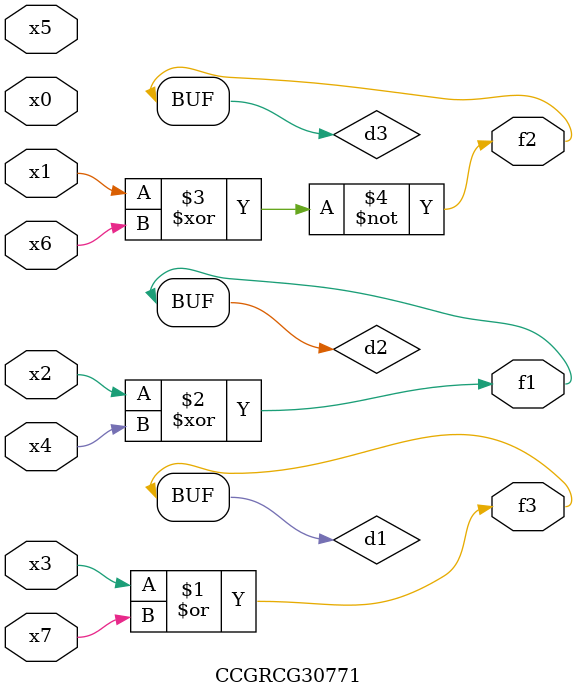
<source format=v>
module CCGRCG30771(
	input x0, x1, x2, x3, x4, x5, x6, x7,
	output f1, f2, f3
);

	wire d1, d2, d3;

	or (d1, x3, x7);
	xor (d2, x2, x4);
	xnor (d3, x1, x6);
	assign f1 = d2;
	assign f2 = d3;
	assign f3 = d1;
endmodule

</source>
